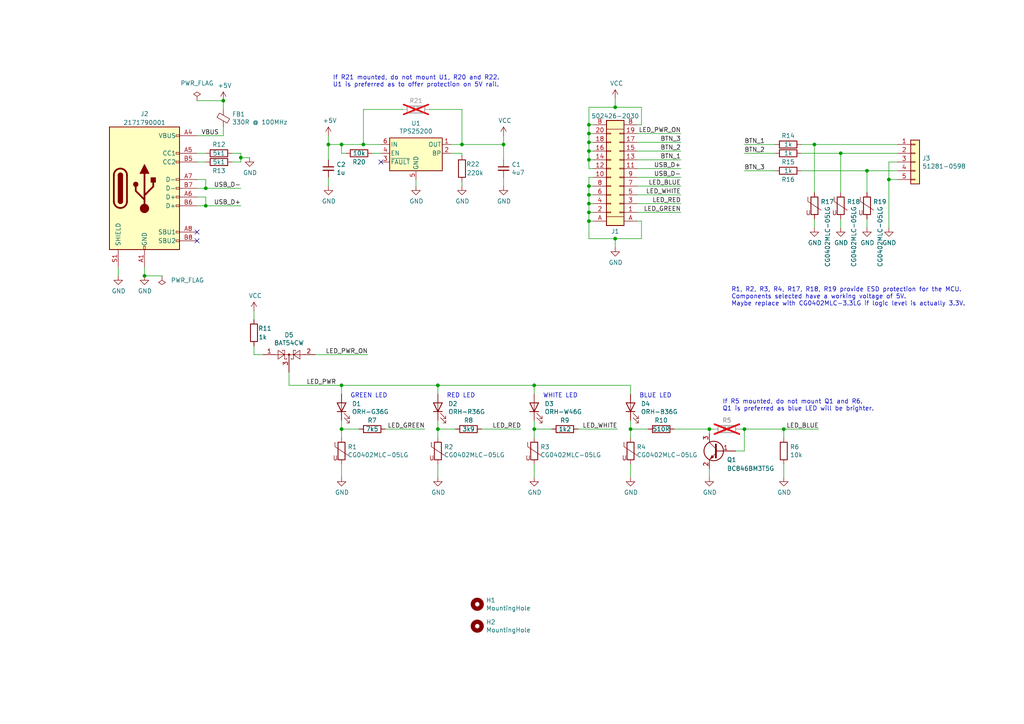
<source format=kicad_sch>
(kicad_sch (version 20231120) (generator "eeschema") (generator_version "8.0")
  (paper "A4")
  (title_block (title "Bose UBS C connector board") (date "2020-11-08") (rev "Rev 1") (company "jtex.se/bose") (comment 3 "(C) 2020 James Turton") (comment 4 "License: CC-BY-SA 4.0"))
  (lib_symbols
    (symbol "502426-2030:Connector_Generic_Conn_02x10_Odd_Even" (pin_names (offset 1.016) hide)
      (property "Reference" "J1" (at -1.27 -15.6718 0))
      (property "Value" "502426-2030" (at -1.27 17.78 0))
      (symbol "Connector_Generic_Conn_02x10_Odd_Even_0_1"
        (rectangle (start -1.27 -16.51) (end 3.81 -13.97))
        (rectangle (start -1.27 11.43) (end 3.81 13.97))
      )
      (symbol "Connector_Generic_Conn_02x10_Odd_Even_1_1"
        (rectangle (start -1.27 -12.573) (end 0 -12.827) (stroke (width 0.1524)))
        (rectangle (start -1.27 -10.033) (end 0 -10.287) (stroke (width 0.1524)))
        (rectangle (start -1.27 -7.493) (end 0 -7.747) (stroke (width 0.1524)))
        (rectangle (start -1.27 -4.953) (end 0 -5.207) (stroke (width 0.1524)))
        (rectangle (start -1.27 -2.413) (end 0 -2.667) (stroke (width 0.1524)))
        (rectangle (start -1.27 0.127) (end 0 -0.127) (stroke (width 0.1524)))
        (rectangle (start -1.27 2.667) (end 0 2.413) (stroke (width 0.1524)))
        (rectangle (start -1.27 5.207) (end 0 4.953) (stroke (width 0.1524)))
        (rectangle (start -1.27 7.747) (end 0 7.493) (stroke (width 0.1524)))
        (rectangle (start -1.27 10.287) (end 0 10.033) (stroke (width 0.1524)))
        (rectangle (start -1.27 13.97) (end 3.81 -16.51) (stroke (width 0.254)) (fill (type background)))
        (rectangle (start 3.81 -12.573) (end 2.54 -12.827) (stroke (width 0.1524)))
        (rectangle (start 3.81 -10.033) (end 2.54 -10.287) (stroke (width 0.1524)))
        (rectangle (start 3.81 -7.493) (end 2.54 -7.747) (stroke (width 0.1524)))
        (rectangle (start 3.81 -4.953) (end 2.54 -5.207) (stroke (width 0.1524)))
        (rectangle (start 3.81 -2.413) (end 2.54 -2.667) (stroke (width 0.1524)))
        (rectangle (start 3.81 0.127) (end 2.54 -0.127) (stroke (width 0.1524)))
        (rectangle (start 3.81 2.667) (end 2.54 2.413) (stroke (width 0.1524)))
        (rectangle (start 3.81 5.207) (end 2.54 4.953) (stroke (width 0.1524)))
        (rectangle (start 3.81 7.747) (end 2.54 7.493) (stroke (width 0.1524)))
        (rectangle (start 3.81 10.287) (end 2.54 10.033) (stroke (width 0.1524)))
        (pin passive line (at -5.08 10.16 0) (length 3.81) (name "Pin_1") (number "1"))
        (pin passive line (at 7.62 0 180) (length 3.81) (name "Pin_10") (number "10"))
        (pin passive line (at -5.08 -2.54 0) (length 3.81) (name "Pin_11") (number "11"))
        (pin passive line (at 7.62 -2.54 180) (length 3.81) (name "Pin_12") (number "12"))
        (pin passive line (at -5.08 -5.08 0) (length 3.81) (name "Pin_13") (number "13"))
        (pin passive line (at 7.62 -5.08 180) (length 3.81) (name "Pin_14") (number "14"))
        (pin passive line (at -5.08 -7.62 0) (length 3.81) (name "Pin_15") (number "15"))
        (pin passive line (at 7.62 -7.62 180) (length 3.81) (name "Pin_16") (number "16"))
        (pin passive line (at -5.08 -10.16 0) (length 3.81) (name "Pin_17") (number "17"))
        (pin passive line (at 7.62 -10.16 180) (length 3.81) (name "Pin_18") (number "18"))
        (pin passive line (at -5.08 -12.7 0) (length 3.81) (name "Pin_19") (number "19"))
        (pin passive line (at 7.62 10.16 180) (length 3.81) (name "Pin_2") (number "2"))
        (pin passive line (at 7.62 -12.7 180) (length 3.81) (name "Pin_20") (number "20"))
        (pin passive line (at -5.08 7.62 0) (length 3.81) (name "Pin_3") (number "3"))
        (pin passive line (at 7.62 7.62 180) (length 3.81) (name "Pin_4") (number "4"))
        (pin passive line (at -5.08 5.08 0) (length 3.81) (name "Pin_5") (number "5"))
        (pin passive line (at 7.62 5.08 180) (length 3.81) (name "Pin_6") (number "6"))
        (pin passive line (at -5.08 2.54 0) (length 3.81) (name "Pin_7") (number "7"))
        (pin passive line (at 7.62 2.54 180) (length 3.81) (name "Pin_8") (number "8"))
        (pin passive line (at -5.08 0 0) (length 3.81) (name "Pin_9") (number "9"))
        (pin passive line (at -5.08 12.7 0) (length 3.81) (name "Pin_A") (number "A"))
        (pin passive line (at 7.62 12.7 180) (length 3.81) (name "Pin_A") (number "A"))
        (pin passive line (at -5.08 -15.24 0) (length 3.81) (name "Pin_B") (number "B"))
        (pin passive line (at 7.62 -15.24 180) (length 3.81) (name "Pin_B") (number "B"))
      )
    )
    (symbol "Connector:USB_C_Receptacle_USB2.0" (pin_names (offset 1.016))
      (property "Reference" "J" (at -10.16 19.05 0))
      (property "Value" "USB_C_Receptacle_USB2.0" (at 19.05 19.05 0))
      (symbol "USB_C_Receptacle_USB2.0_0_0"
        (rectangle (start -0.254 -17.78) (end 0.254 -16.764))
        (rectangle (start 10.16 -14.986) (end 9.144 -15.494))
        (rectangle (start 10.16 -12.446) (end 9.144 -12.954))
        (rectangle (start 10.16 -4.826) (end 9.144 -5.334))
        (rectangle (start 10.16 -2.286) (end 9.144 -2.794))
        (rectangle (start 10.16 0.254) (end 9.144 -0.254))
        (rectangle (start 10.16 2.794) (end 9.144 2.286))
        (rectangle (start 10.16 7.874) (end 9.144 7.366))
        (rectangle (start 10.16 10.414) (end 9.144 9.906))
        (rectangle (start 10.16 15.494) (end 9.144 14.986))
      )
      (symbol "USB_C_Receptacle_USB2.0_0_1"
        (rectangle (start -10.16 17.78) (end 10.16 -17.78) (stroke (width 0.254)) (fill (type background)))
        (arc (start -8.89 -3.81) (mid -6.985 -5.7067) (end -5.08 -3.81) (stroke (width 0.508)))
        (arc (start -7.62 -3.81) (mid -6.985 -4.4423) (end -6.35 -3.81) (stroke (width 0.254)))
        (arc (start -7.62 -3.81) (mid -6.985 -4.4423) (end -6.35 -3.81) (stroke (width 0.254)) (fill (type outline)))
        (rectangle (start -7.62 -3.81) (end -6.35 3.81) (stroke (width 0.254)) (fill (type outline)))
        (arc (start -6.35 3.81) (mid -6.985 4.4423) (end -7.62 3.81) (stroke (width 0.254)))
        (arc (start -6.35 3.81) (mid -6.985 4.4423) (end -7.62 3.81) (stroke (width 0.254)) (fill (type outline)))
        (arc (start -5.08 3.81) (mid -6.985 5.7067) (end -8.89 3.81) (stroke (width 0.508)))
        (circle (center -2.54 1.143) (radius 0.635) (stroke (width 0.254)) (fill (type outline)))
        (circle (center 0 -5.842) (radius 1.27) (fill (type outline)))
        (polyline (pts (xy -8.89 -3.81) (xy -8.89 3.81)) (stroke (width 0.508)))
        (polyline (pts (xy -5.08 3.81) (xy -5.08 -3.81)) (stroke (width 0.508)))
        (polyline (pts (xy 0 -5.842) (xy 0 4.318)) (stroke (width 0.508)))
        (polyline (pts (xy 0 -3.302) (xy -2.54 -0.762) (xy -2.54 0.508)) (stroke (width 0.508)))
        (polyline (pts (xy 0 -2.032) (xy 2.54 0.508) (xy 2.54 1.778)) (stroke (width 0.508)))
        (polyline (pts (xy -1.27 4.318) (xy 0 6.858) (xy 1.27 4.318) (xy -1.27 4.318)) (stroke (width 0.254)) (fill (type outline)))
        (rectangle (start 1.905 1.778) (end 3.175 3.048) (stroke (width 0.254)) (fill (type outline)))
      )
      (symbol "USB_C_Receptacle_USB2.0_1_1"
        (pin passive line (at 0 -22.86 90) (length 5.08) (name "GND") (number "A1"))
        (pin passive line (at 0 -22.86 90) (length 5.08) hide (name "GND") (number "A12"))
        (pin passive line (at 15.24 15.24 180) (length 5.08) (name "VBUS") (number "A4"))
        (pin bidirectional line (at 15.24 10.16 180) (length 5.08) (name "CC1") (number "A5"))
        (pin bidirectional line (at 15.24 -2.54 180) (length 5.08) (name "D+") (number "A6"))
        (pin bidirectional line (at 15.24 2.54 180) (length 5.08) (name "D-") (number "A7"))
        (pin bidirectional line (at 15.24 -12.7 180) (length 5.08) (name "SBU1") (number "A8"))
        (pin passive line (at 15.24 15.24 180) (length 5.08) hide (name "VBUS") (number "A9"))
        (pin passive line (at 0 -22.86 90) (length 5.08) hide (name "GND") (number "B1"))
        (pin passive line (at 0 -22.86 90) (length 5.08) hide (name "GND") (number "B12"))
        (pin passive line (at 15.24 15.24 180) (length 5.08) hide (name "VBUS") (number "B4"))
        (pin bidirectional line (at 15.24 7.62 180) (length 5.08) (name "CC2") (number "B5"))
        (pin bidirectional line (at 15.24 -5.08 180) (length 5.08) (name "D+") (number "B6"))
        (pin bidirectional line (at 15.24 0 180) (length 5.08) (name "D-") (number "B7"))
        (pin bidirectional line (at 15.24 -15.24 180) (length 5.08) (name "SBU2") (number "B8"))
        (pin passive line (at 15.24 15.24 180) (length 5.08) hide (name "VBUS") (number "B9"))
        (pin passive line (at -7.62 -22.86 90) (length 5.08) (name "SHIELD") (number "S1"))
      )
    )
    (symbol "Connector_Generic:Conn_01x05" (pin_names (offset 1.016) hide)
      (property "Reference" "J" (at 0 7.62 0))
      (property "Value" "Conn_01x05" (at 0 -7.62 0))
      (symbol "Conn_01x05_1_1"
        (rectangle (start -1.27 -4.953) (end 0 -5.207) (stroke (width 0.1524)))
        (rectangle (start -1.27 -2.413) (end 0 -2.667) (stroke (width 0.1524)))
        (rectangle (start -1.27 0.127) (end 0 -0.127) (stroke (width 0.1524)))
        (rectangle (start -1.27 2.667) (end 0 2.413) (stroke (width 0.1524)))
        (rectangle (start -1.27 5.207) (end 0 4.953) (stroke (width 0.1524)))
        (rectangle (start -1.27 6.35) (end 1.27 -6.35) (stroke (width 0.254)) (fill (type background)))
        (pin passive line (at -5.08 5.08 0) (length 3.81) (name "Pin_1") (number "1"))
        (pin passive line (at -5.08 2.54 0) (length 3.81) (name "Pin_2") (number "2"))
        (pin passive line (at -5.08 0 0) (length 3.81) (name "Pin_3") (number "3"))
        (pin passive line (at -5.08 -2.54 0) (length 3.81) (name "Pin_4") (number "4"))
        (pin passive line (at -5.08 -5.08 0) (length 3.81) (name "Pin_5") (number "5"))
      )
    )
    (symbol "Device:C_Small" (pin_numbers hide) (pin_names (offset 0.254) hide)
      (property "Reference" "C" (at 0.254 1.778 0))
      (property "Value" "C_Small" (at 0.254 -2.032 0))
      (symbol "C_Small_0_1"
        (polyline (pts (xy -1.524 -0.508) (xy 1.524 -0.508)) (stroke (width 0.3302)))
        (polyline (pts (xy -1.524 0.508) (xy 1.524 0.508)) (stroke (width 0.3048)))
      )
      (symbol "C_Small_1_1"
        (pin passive line (at 0 2.54 270) (length 2.032) (name "~") (number "1"))
        (pin passive line (at 0 -2.54 90) (length 2.032) (name "~") (number "2"))
      )
    )
    (symbol "Device:FerriteBead_Small" (pin_numbers hide) (pin_names (offset 0))
      (property "Reference" "FB" (at 1.905 1.27 0))
      (property "Value" "FerriteBead_Small" (at 1.905 -1.27 0))
      (symbol "FerriteBead_Small_0_1"
        (polyline (pts (xy 0 -1.27) (xy 0 -0.7874)))
        (polyline (pts (xy 0 0.889) (xy 0 1.2954)))
        (polyline (pts (xy -1.8288 0.2794) (xy -1.1176 1.4986) (xy 1.8288 -0.2032) (xy 1.1176 -1.4224) (xy -1.8288 0.2794)))
      )
      (symbol "FerriteBead_Small_1_1"
        (pin passive line (at 0 2.54 270) (length 1.27) (name "~") (number "1"))
        (pin passive line (at 0 -2.54 90) (length 1.27) (name "~") (number "2"))
      )
    )
    (symbol "Device:LED" (pin_numbers hide) (pin_names (offset 1.016) hide)
      (property "Reference" "D" (at 0 2.54 0))
      (property "Value" "LED" (at 0 -2.54 0))
      (symbol "LED_0_1"
        (polyline (pts (xy -1.27 -1.27) (xy -1.27 1.27)) (stroke (width 0.254)))
        (polyline (pts (xy -1.27 0) (xy 1.27 0)))
        (polyline (pts (xy 1.27 -1.27) (xy 1.27 1.27) (xy -1.27 0) (xy 1.27 -1.27)) (stroke (width 0.254)))
        (polyline (pts (xy -3.048 -0.762) (xy -4.572 -2.286) (xy -3.81 -2.286) (xy -4.572 -2.286) (xy -4.572 -1.524)))
        (polyline (pts (xy -1.778 -0.762) (xy -3.302 -2.286) (xy -2.54 -2.286) (xy -3.302 -2.286) (xy -3.302 -1.524)))
      )
      (symbol "LED_1_1"
        (pin passive line (at -3.81 0 0) (length 2.54) (name "K") (number "1"))
        (pin passive line (at 3.81 0 180) (length 2.54) (name "A") (number "2"))
      )
    )
    (symbol "Device:Q_NPN_BEC" (pin_names (offset 0) hide)
      (property "Reference" "Q" (at 5.08 1.27 0))
      (property "Value" "Q_NPN_BEC" (at 5.08 -1.27 0))
      (symbol "Q_NPN_BEC_0_1"
        (polyline (pts (xy 0.635 0.635) (xy 2.54 2.54)))
        (polyline (pts (xy 0.635 -0.635) (xy 2.54 -2.54) (xy 2.54 -2.54)))
        (polyline (pts (xy 0.635 1.905) (xy 0.635 -1.905) (xy 0.635 -1.905)) (stroke (width 0.508)))
        (polyline (pts (xy 1.27 -1.778) (xy 1.778 -1.27) (xy 2.286 -2.286) (xy 1.27 -1.778) (xy 1.27 -1.778)) (fill (type outline)))
        (circle (center 1.27 0) (radius 2.8194) (stroke (width 0.254)))
      )
      (symbol "Q_NPN_BEC_1_1"
        (pin input line (at -5.08 0 0) (length 5.715) (name "B") (number "1"))
        (pin passive line (at 2.54 -5.08 90) (length 2.54) (name "E") (number "2"))
        (pin passive line (at 2.54 5.08 270) (length 2.54) (name "C") (number "3"))
      )
    )
    (symbol "Device:R" (pin_numbers hide) (pin_names (offset 0))
      (property "Reference" "R" (at 2.032 0 90))
      (property "Value" "R" (at 0 0 90))
      (symbol "R_0_1"
        (rectangle (start -1.016 -2.54) (end 1.016 2.54) (stroke (width 0.254)))
      )
      (symbol "R_1_1"
        (pin passive line (at 0 3.81 270) (length 1.27) (name "~") (number "1"))
        (pin passive line (at 0 -3.81 90) (length 1.27) (name "~") (number "2"))
      )
    )
    (symbol "Device:Varistor" (pin_numbers hide) (pin_names (offset 0))
      (property "Reference" "RV" (at 3.175 0 90))
      (property "Value" "Varistor" (at -3.175 0 90))
      (symbol "Varistor_0_0"
        (text "U" (at -1.778 -2.032 0) (effects (font (size 1.27 1.27))))
      )
      (symbol "Varistor_0_1"
        (rectangle (start -1.016 -2.54) (end 1.016 2.54) (stroke (width 0.254)))
        (polyline (pts (xy -1.905 2.54) (xy -1.905 1.27) (xy 1.905 -1.27)))
      )
      (symbol "Varistor_1_1"
        (pin passive line (at 0 3.81 270) (length 1.27) (name "~") (number "1"))
        (pin passive line (at 0 -3.81 90) (length 1.27) (name "~") (number "2"))
      )
    )
    (symbol "Diode:BAT54CW" (pin_names (offset 1.016))
      (property "Reference" "D" (at 0.635 -3.81 0))
      (property "Value" "BAT54CW" (at -6.35 3.175 0))
      (symbol "BAT54CW_0_1"
        (polyline (pts (xy -1.905 0) (xy 1.905 0)))
        (polyline (pts (xy -1.905 1.27) (xy -1.905 1.016)))
        (polyline (pts (xy -1.27 -1.27) (xy -0.635 -1.27)))
        (polyline (pts (xy -1.27 0) (xy -3.81 0)))
        (polyline (pts (xy -1.27 1.27) (xy -1.905 1.27)))
        (polyline (pts (xy -1.27 1.27) (xy -1.27 -1.27)))
        (polyline (pts (xy -0.635 -1.27) (xy -0.635 -1.016)))
        (polyline (pts (xy 0.635 -1.27) (xy 0.635 -1.016)))
        (polyline (pts (xy 1.27 -1.27) (xy 0.635 -1.27)))
        (polyline (pts (xy 1.27 1.27) (xy 1.27 -1.27)))
        (polyline (pts (xy 1.27 1.27) (xy 1.905 1.27)))
        (polyline (pts (xy 1.905 1.27) (xy 1.905 1.016)))
        (polyline (pts (xy 3.81 0) (xy 1.27 0)))
        (polyline (pts (xy -3.175 -1.27) (xy -3.175 1.27) (xy -1.27 0) (xy -3.175 -1.27)))
        (polyline (pts (xy 3.175 -1.27) (xy 3.175 1.27) (xy 1.27 0) (xy 3.175 -1.27)))
        (circle (center 0 0) (radius 0.254) (fill (type outline)))
      )
      (symbol "BAT54CW_1_1"
        (pin passive line (at -7.62 0 0) (length 3.81) (name "~") (number "1"))
        (pin passive line (at 7.62 0 180) (length 3.81) (name "~") (number "2"))
        (pin passive line (at 0 -5.08 90) (length 5.08) (name "~") (number "3"))
      )
    )
    (symbol "Mechanical:MountingHole" (pin_names (offset 1.016))
      (property "Reference" "H" (at 0 5.08 0))
      (property "Value" "MountingHole" (at 0 3.175 0))
      (symbol "MountingHole_0_1"
        (circle (center 0 0) (radius 1.27) (stroke (width 1.27)))
      )
    )
    (symbol "TPS25200:Regulator_Linear_LDK130PU33R_DFN6" (pin_names (offset 0.254))
      (property "Reference" "U1" (at 0 8.6868 0))
      (property "Value" "TPS25200" (at 0 6.3754 0))
      (symbol "Regulator_Linear_LDK130PU33R_DFN6_0_1"
        (rectangle (start -7.62 4.445) (end 7.62 -5.08) (stroke (width 0.254)) (fill (type background)))
      )
      (symbol "Regulator_Linear_LDK130PU33R_DFN6_1_1"
        (pin power_out line (at 10.16 2.54 180) (length 2.54) (name "OUT") (number "1"))
        (pin passive line (at 10.16 0 180) (length 2.54) (name "BP") (number "2"))
        (pin output line (at -10.16 -2.54 0) (length 2.54) (name "~{FAULT}") (number "3"))
        (pin input line (at -10.16 0 0) (length 2.54) (name "EN") (number "4"))
        (pin power_in line (at 0 -7.62 90) (length 2.54) (name "GND") (number "5"))
        (pin power_in line (at -10.16 2.54 0) (length 2.54) (name "IN") (number "6"))
        (pin power_in line (at 0 -7.62 90) (length 2.54) hide (name "GND") (number "7"))
      )
    )
    (symbol "power:+5V" (power) (pin_names (offset 0))
      (property "Value" "+5V" (at 0 3.556 0))
      (symbol "+5V_0_1"
        (polyline (pts (xy -0.762 1.27) (xy 0 2.54)))
        (polyline (pts (xy 0 0) (xy 0 2.54)))
        (polyline (pts (xy 0 2.54) (xy 0.762 1.27)))
      )
      (symbol "+5V_1_1"
        (pin power_in line (at 0 0 90) (length 0) hide (name "+5V") (number "1"))
      )
    )
    (symbol "power:GND" (power) (pin_names (offset 0))
      (property "Value" "GND" (at 0 -3.81 0))
      (symbol "GND_0_1"
        (polyline (pts (xy 0 0) (xy 0 -1.27) (xy 1.27 -1.27) (xy 0 -2.54) (xy -1.27 -1.27) (xy 0 -1.27)))
      )
      (symbol "GND_1_1"
        (pin power_in line (at 0 0 270) (length 0) hide (name "GND") (number "1"))
      )
    )
    (symbol "power:PWR_FLAG" (power) (pin_numbers hide) (pin_names (offset 0) hide)
      (property "Value" "PWR_FLAG" (at 0 3.81 0))
      (symbol "PWR_FLAG_0_0"
        (pin power_out line (at 0 0 90) (length 0) (name "pwr") (number "1"))
      )
      (symbol "PWR_FLAG_0_1"
        (polyline (pts (xy 0 0) (xy 0 1.27) (xy -1.016 1.905) (xy 0 2.54) (xy 1.016 1.905) (xy 0 1.27)))
      )
    )
    (symbol "power:VCC" (power) (pin_names (offset 0))
      (property "Value" "VCC" (at 0 3.81 0))
      (symbol "VCC_0_1"
        (polyline (pts (xy -0.762 1.27) (xy 0 2.54)))
        (polyline (pts (xy 0 0) (xy 0 2.54)))
        (polyline (pts (xy 0 2.54) (xy 0.762 1.27)))
      )
      (symbol "VCC_1_1"
        (pin power_in line (at 0 0 90) (length 0) hide (name "VCC") (number "1"))
      )
    )
  )
  (junction (at 41.91 80.01))
  (junction (at 99.06 41.91))
  (junction (at 215.9 124.46))
  (junction (at 146.05 41.91))
  (junction (at 170.815 53.975))
  (junction (at 227.33 124.46))
  (junction (at 236.22 41.91))
  (junction (at 170.815 59.055))
  (junction (at 170.815 56.515))
  (junction (at 178.435 31.115))
  (junction (at 127 111.76))
  (junction (at 170.815 61.595))
  (junction (at 182.88 124.46))
  (junction (at 69.85 45.72))
  (junction (at 133.985 41.91))
  (junction (at 170.815 36.195))
  (junction (at 257.81 52.07))
  (junction (at 59.69 59.69))
  (junction (at 64.77 29.21))
  (junction (at 99.06 111.76))
  (junction (at 251.46 49.53))
  (junction (at 170.815 43.815))
  (junction (at 95.25 41.91))
  (junction (at 99.06 124.46))
  (junction (at 127 124.46))
  (junction (at 178.435 69.215))
  (junction (at 243.84 44.45))
  (junction (at 59.69 54.61))
  (junction (at 170.815 64.135))
  (junction (at 170.815 41.275))
  (junction (at 154.94 111.76))
  (junction (at 205.74 124.46))
  (junction (at 154.94 124.46))
  (junction (at 170.815 38.735))
  (junction (at 170.815 46.355))
  (junction (at 105.41 41.91))
  (no_connect (at 57.15 69.85))
  (no_connect (at 110.49 46.99))
  (no_connect (at 57.15 67.31))
  (wire (pts (xy 83.82 111.76) (xy 99.06 111.76)))
  (wire (pts (xy 57.15 44.45) (xy 59.69 44.45)))
  (wire (pts (xy 59.69 59.69) (xy 59.69 57.15)))
  (wire (pts (xy 154.94 111.76) (xy 127 111.76)))
  (wire (pts (xy 187.96 124.46) (xy 182.88 124.46)))
  (wire (pts (xy 170.815 53.975) (xy 170.815 56.515)))
  (wire (pts (xy 139.7 124.46) (xy 151.13 124.46)))
  (wire (pts (xy 215.9 124.46) (xy 227.33 124.46)))
  (wire (pts (xy 127 138.43) (xy 127 134.62)))
  (wire (pts (xy 184.785 64.135) (xy 186.055 64.135)))
  (wire (pts (xy 232.41 44.45) (xy 243.84 44.45)))
  (wire (pts (xy 172.085 43.815) (xy 170.815 43.815)))
  (wire (pts (xy 167.64 124.46) (xy 179.07 124.46)))
  (wire (pts (xy 99.06 44.45) (xy 99.06 41.91)))
  (wire (pts (xy 186.055 69.215) (xy 178.435 69.215)))
  (wire (pts (xy 184.785 41.275) (xy 197.485 41.275)))
  (wire (pts (xy 195.58 124.46) (xy 205.74 124.46)))
  (wire (pts (xy 133.985 45.085) (xy 133.985 44.45)))
  (wire (pts (xy 120.65 53.975) (xy 120.65 52.07)))
  (wire (pts (xy 34.29 80.01) (xy 34.29 77.47)))
  (wire (pts (xy 170.815 48.895) (xy 172.085 48.895)))
  (wire (pts (xy 178.435 31.115) (xy 170.815 31.115)))
  (wire (pts (xy 59.69 54.61) (xy 69.85 54.61)))
  (wire (pts (xy 170.815 51.435) (xy 170.815 53.975)))
  (wire (pts (xy 170.815 69.215) (xy 170.815 64.135)))
  (wire (pts (xy 99.06 124.46) (xy 99.06 127)))
  (wire (pts (xy 182.88 121.92) (xy 182.88 124.46)))
  (wire (pts (xy 64.77 39.37) (xy 64.77 36.83)))
  (wire (pts (xy 95.25 41.91) (xy 95.25 46.355)))
  (wire (pts (xy 133.985 31.75) (xy 133.985 41.91)))
  (wire (pts (xy 99.06 41.91) (xy 105.41 41.91)))
  (wire (pts (xy 154.94 138.43) (xy 154.94 134.62)))
  (wire (pts (xy 232.41 49.53) (xy 251.46 49.53)))
  (wire (pts (xy 186.055 31.115) (xy 178.435 31.115)))
  (wire (pts (xy 251.46 55.88) (xy 251.46 49.53)))
  (wire (pts (xy 251.46 49.53) (xy 260.35 49.53)))
  (wire (pts (xy 182.88 134.62) (xy 182.88 138.43)))
  (wire (pts (xy 170.815 36.195) (xy 172.085 36.195)))
  (wire (pts (xy 236.22 55.88) (xy 236.22 41.91)))
  (wire (pts (xy 127 121.92) (xy 127 124.46)))
  (wire (pts (xy 105.41 41.91) (xy 110.49 41.91)))
  (wire (pts (xy 243.84 44.45) (xy 260.35 44.45)))
  (wire (pts (xy 182.88 111.76) (xy 154.94 111.76)))
  (wire (pts (xy 91.44 102.87) (xy 106.68 102.87)))
  (wire (pts (xy 69.85 46.99) (xy 69.85 45.72)))
  (wire (pts (xy 170.815 36.195) (xy 170.815 38.735)))
  (wire (pts (xy 154.94 114.3) (xy 154.94 111.76)))
  (wire (pts (xy 133.985 53.975) (xy 133.985 52.705)))
  (wire (pts (xy 146.05 53.975) (xy 146.05 51.435)))
  (wire (pts (xy 186.055 69.215) (xy 186.055 64.135)))
  (wire (pts (xy 95.25 53.975) (xy 95.25 51.435)))
  (wire (pts (xy 224.79 41.91) (xy 215.9 41.91)))
  (wire (pts (xy 132.08 124.46) (xy 127 124.46)))
  (wire (pts (xy 184.785 46.355) (xy 197.485 46.355)))
  (wire (pts (xy 154.94 124.46) (xy 154.94 127)))
  (wire (pts (xy 215.9 124.46) (xy 214.63 124.46)))
  (wire (pts (xy 67.31 44.45) (xy 69.85 44.45)))
  (wire (pts (xy 257.81 66.04) (xy 257.81 52.07)))
  (wire (pts (xy 95.25 41.91) (xy 99.06 41.91)))
  (wire (pts (xy 227.33 124.46) (xy 237.49 124.46)))
  (wire (pts (xy 184.785 36.195) (xy 186.055 36.195)))
  (wire (pts (xy 182.88 114.3) (xy 182.88 111.76)))
  (wire (pts (xy 227.33 127) (xy 227.33 124.46)))
  (wire (pts (xy 127 111.76) (xy 99.06 111.76)))
  (wire (pts (xy 111.76 124.46) (xy 123.19 124.46)))
  (wire (pts (xy 170.815 64.135) (xy 172.085 64.135)))
  (wire (pts (xy 64.77 31.75) (xy 64.77 29.21)))
  (wire (pts (xy 260.35 46.99) (xy 257.81 46.99)))
  (wire (pts (xy 170.815 59.055) (xy 170.815 61.595)))
  (wire (pts (xy 130.81 41.91) (xy 133.985 41.91)))
  (wire (pts (xy 172.085 46.355) (xy 170.815 46.355)))
  (wire (pts (xy 146.05 41.91) (xy 146.05 39.37)))
  (wire (pts (xy 170.815 61.595) (xy 170.815 64.135)))
  (wire (pts (xy 227.33 138.43) (xy 227.33 134.62)))
  (wire (pts (xy 170.815 36.195) (xy 170.815 31.115)))
  (wire (pts (xy 251.46 66.04) (xy 251.46 63.5)))
  (wire (pts (xy 257.81 46.99) (xy 257.81 52.07)))
  (wire (pts (xy 215.9 130.81) (xy 215.9 124.46)))
  (wire (pts (xy 172.085 56.515) (xy 170.815 56.515)))
  (wire (pts (xy 197.485 59.055) (xy 184.785 59.055)))
  (wire (pts (xy 243.84 55.88) (xy 243.84 44.45)))
  (wire (pts (xy 172.085 38.735) (xy 170.815 38.735)))
  (wire (pts (xy 69.85 44.45) (xy 69.85 45.72)))
  (wire (pts (xy 41.91 80.01) (xy 41.91 77.47)))
  (wire (pts (xy 83.82 107.95) (xy 83.82 111.76)))
  (wire (pts (xy 59.69 59.69) (xy 69.85 59.69)))
  (wire (pts (xy 243.84 66.04) (xy 243.84 63.5)))
  (wire (pts (xy 99.06 121.92) (xy 99.06 124.46)))
  (wire (pts (xy 73.66 102.87) (xy 76.2 102.87)))
  (wire (pts (xy 170.815 38.735) (xy 170.815 41.275)))
  (wire (pts (xy 59.69 57.15) (xy 57.15 57.15)))
  (wire (pts (xy 59.69 54.61) (xy 57.15 54.61)))
  (wire (pts (xy 172.085 41.275) (xy 170.815 41.275)))
  (wire (pts (xy 127 124.46) (xy 127 127)))
  (wire (pts (xy 104.14 124.46) (xy 99.06 124.46)))
  (wire (pts (xy 213.36 130.81) (xy 215.9 130.81)))
  (wire (pts (xy 57.15 39.37) (xy 64.77 39.37)))
  (wire (pts (xy 205.74 124.46) (xy 205.74 125.73)))
  (wire (pts (xy 99.06 114.3) (xy 99.06 111.76)))
  (wire (pts (xy 172.085 51.435) (xy 170.815 51.435)))
  (wire (pts (xy 197.485 61.595) (xy 184.785 61.595)))
  (wire (pts (xy 170.815 46.355) (xy 170.815 48.895)))
  (wire (pts (xy 197.485 53.975) (xy 184.785 53.975)))
  (wire (pts (xy 184.785 38.735) (xy 197.485 38.735)))
  (wire (pts (xy 236.22 41.91) (xy 260.35 41.91)))
  (wire (pts (xy 172.085 59.055) (xy 170.815 59.055)))
  (wire (pts (xy 57.15 29.21) (xy 64.77 29.21)))
  (wire (pts (xy 110.49 44.45) (xy 107.95 44.45)))
  (wire (pts (xy 186.055 36.195) (xy 186.055 31.115)))
  (wire (pts (xy 257.81 52.07) (xy 260.35 52.07)))
  (wire (pts (xy 59.69 52.07) (xy 59.69 54.61)))
  (wire (pts (xy 73.66 92.71) (xy 73.66 90.17)))
  (wire (pts (xy 224.79 49.53) (xy 215.9 49.53)))
  (wire (pts (xy 184.785 48.895) (xy 197.485 48.895)))
  (wire (pts (xy 133.985 41.91) (xy 146.05 41.91)))
  (wire (pts (xy 178.435 69.215) (xy 170.815 69.215)))
  (wire (pts (xy 197.485 56.515) (xy 184.785 56.515)))
  (wire (pts (xy 184.785 51.435) (xy 197.485 51.435)))
  (wire (pts (xy 224.79 44.45) (xy 215.9 44.45)))
  (wire (pts (xy 178.435 69.215) (xy 178.435 71.755)))
  (wire (pts (xy 178.435 31.115) (xy 178.435 28.575)))
  (wire (pts (xy 184.785 43.815) (xy 197.485 43.815)))
  (wire (pts (xy 236.22 41.91) (xy 232.41 41.91)))
  (wire (pts (xy 69.85 45.72) (xy 72.39 45.72)))
  (wire (pts (xy 41.91 80.01) (xy 46.99 80.01)))
  (wire (pts (xy 146.05 41.91) (xy 146.05 46.355)))
  (wire (pts (xy 57.15 46.99) (xy 59.69 46.99)))
  (wire (pts (xy 205.74 124.46) (xy 207.01 124.46)))
  (wire (pts (xy 154.94 121.92) (xy 154.94 124.46)))
  (wire (pts (xy 172.085 53.975) (xy 170.815 53.975)))
  (wire (pts (xy 130.81 44.45) (xy 133.985 44.45)))
  (wire (pts (xy 160.02 124.46) (xy 154.94 124.46)))
  (wire (pts (xy 205.74 135.89) (xy 205.74 138.43)))
  (wire (pts (xy 182.88 124.46) (xy 182.88 127)))
  (wire (pts (xy 170.815 56.515) (xy 170.815 59.055)))
  (wire (pts (xy 170.815 43.815) (xy 170.815 46.355)))
  (wire (pts (xy 95.25 41.91) (xy 95.25 39.37)))
  (wire (pts (xy 127 114.3) (xy 127 111.76)))
  (wire (pts (xy 236.22 66.04) (xy 236.22 63.5)))
  (wire (pts (xy 100.33 44.45) (xy 99.06 44.45)))
  (wire (pts (xy 67.31 46.99) (xy 69.85 46.99)))
  (wire (pts (xy 172.085 61.595) (xy 170.815 61.595)))
  (wire (pts (xy 99.06 138.43) (xy 99.06 134.62)))
  (wire (pts (xy 73.66 100.33) (xy 73.66 102.87)))
  (wire (pts (xy 124.46 31.75) (xy 133.985 31.75)))
  (wire (pts (xy 57.15 52.07) (xy 59.69 52.07)))
  (wire (pts (xy 116.84 31.75) (xy 105.41 31.75)))
  (wire (pts (xy 170.815 41.275) (xy 170.815 43.815)))
  (wire (pts (xy 57.15 59.69) (xy 59.69 59.69)))
  (wire (pts (xy 105.41 31.75) (xy 105.41 41.91)))
  (text "R1, R2, R3, R4, R17, R18, R19 provide ESD protection for the MCU.\nComponents selected have a working voltage of 5V.\nMaybe replace with CG0402MLC-3.3LG if logic level is actually 3.3V." (at 212.09 88.9 0) (effects (font (size 1.27 1.27)) (justify left bottom)))
  (text "WHITE LED" (at 157.48 115.57 0) (effects (font (size 1.27 1.27)) (justify left bottom)))
  (text "GREEN LED" (at 101.6 115.57 0) (effects (font (size 1.27 1.27)) (justify left bottom)))
  (text "RED LED" (at 129.54 115.57 0) (effects (font (size 1.27 1.27)) (justify left bottom)))
  (text "If R21 mounted, do not mount U1, R20 and R22.\nU1 is preferred as to offer protection on 5V rail." (at 96.52 25.4 0) (effects (font (size 1.27 1.27)) (justify left bottom)))
  (text "If R5 mounted, do not mount Q1 and R6.\nQ1 is preferred as blue LED will be brighter." (at 209.55 119.38 0) (effects (font (size 1.27 1.27)) (justify left bottom)))
  (text "BLUE LED" (at 185.42 115.57 0) (effects (font (size 1.27 1.27)) (justify left bottom)))
  (label "LED_WHITE" (at 179.07 124.46 180))
  (label "LED_BLUE" (at 197.485 53.975 180))
  (label "BTN_2" (at 197.485 43.815 180))
  (label "VBUS" (at 63.5 39.37 180))
  (label "BTN_3" (at 215.9 49.53 0))
  (label "LED_GREEN" (at 197.485 61.595 180))
  (label "USB_D+" (at 197.485 48.895 180))
  (label "USB_D-" (at 69.85 54.61 180))
  (label "LED_PWR" (at 88.9 111.76 0))
  (label "USB_D+" (at 69.85 59.69 180))
  (label "LED_PWR_ON" (at 106.68 102.87 180))
  (label "LED_BLUE" (at 237.49 124.46 180))
  (label "BTN_3" (at 197.485 41.275 180))
  (label "BTN_2" (at 215.9 44.45 0))
  (label "LED_PWR_ON" (at 197.485 38.735 180))
  (label "BTN_1" (at 215.9 41.91 0))
  (label "LED_WHITE" (at 197.485 56.515 180))
  (label "LED_RED" (at 197.485 59.055 180))
  (label "LED_GREEN" (at 123.19 124.46 180))
  (label "USB_D-" (at 197.485 51.435 180))
  (label "BTN_1" (at 197.485 46.355 180))
  (label "LED_RED" (at 151.13 124.46 180))
  (symbol (lib_id "502426-2030:Connector_Generic_Conn_02x10_Odd_Even") (at 179.705 51.435 180) (unit 1)
    (property "Reference" "J1" (at 178.435 67.1068 0))
    (property "Value" "502426-2030" (at 178.435 33.655 0))
    (property "Footprint" "Connector_Molex:Molex_SlimStack_502426-2010_2x10_P0.40mm_Vertical" (effects (hide yes)))
    (property "Datasheet" "https://www.molex.com/pdm_docs/sd/5024262030_sd.pdf" (effects (hide yes)))
    (property "LCSC" "C563934" (effects (hide yes)))
  )
  (symbol (lib_id "power:GND") (at 178.435 71.755 0) (unit 1)
    (property "Reference" "#PWR07" (effects (hide yes)))
    (property "Value" "GND" (at 178.562 76.1492 0))
  )
  (symbol (lib_id "power:VCC") (at 178.435 28.575 0) (unit 1)
    (property "Reference" "#PWR08" (effects (hide yes)))
    (property "Value" "VCC" (at 178.816 24.1808 0))
  )
  (symbol (lib_id "Device:LED") (at 99.06 118.11 90) (unit 1)
    (property "Reference" "D1" (at 102.0572 117.1194 90) (effects (justify right)))
    (property "Value" "ORH-G36G" (at 102.0572 119.4308 90) (effects (justify right)))
    (property "Footprint" "LED_SMD:LED_0603_1608Metric" (effects (hide yes)))
    (property "LCSC" "C7371905" (effects (hide yes)))
  )
  (symbol (lib_id "Device:LED") (at 127 118.11 90) (unit 1)
    (property "Reference" "D2" (at 129.9972 117.1194 90) (effects (justify right)))
    (property "Value" "ORH-R36G" (at 129.9972 119.4308 90) (effects (justify right)))
    (property "Footprint" "LED_SMD:LED_0603_1608Metric" (effects (hide yes)))
    (property "LCSC" "C2286" (effects (hide yes)))
  )
  (symbol (lib_id "Device:LED") (at 154.94 118.11 90) (unit 1)
    (property "Reference" "D3" (at 157.9372 117.1194 90) (effects (justify right)))
    (property "Value" "ORH-W46G" (at 157.9372 119.4308 90) (effects (justify right)))
    (property "Footprint" "LED_SMD:LED_0603_1608Metric" (effects (hide yes)))
    (property "LCSC" "C2290" (effects (hide yes)))
  )
  (symbol (lib_id "Device:LED") (at 182.88 118.11 90) (unit 1)
    (property "Reference" "D4" (at 185.8772 117.1194 90) (effects (justify right)))
    (property "Value" "ORH-B36G" (at 185.8772 119.4308 90) (effects (justify right)))
    (property "Footprint" "LED_SMD:LED_0603_1608Metric" (effects (hide yes)))
    (property "LCSC" "C193191" (effects (hide yes)))
  )
  (symbol (lib_id "Device:Varistor") (at 99.06 130.81 0) (unit 1)
    (property "Reference" "R1" (at 100.838 129.6416 0) (effects (justify left)))
    (property "Value" "CG0402MLC-05LG" (at 100.838 131.953 0) (effects (justify left)))
    (property "Footprint" "Resistor_SMD:R_0402_1005Metric" (effects (hide yes)))
    (property "LCSC" "C711709" (effects (hide yes)))
  )
  (symbol (lib_id "Device:Varistor") (at 127 130.81 0) (unit 1)
    (property "Reference" "R2" (at 128.778 129.6416 0) (effects (justify left)))
    (property "Value" "CG0402MLC-05LG" (at 128.778 131.953 0) (effects (justify left)))
    (property "Footprint" "Resistor_SMD:R_0402_1005Metric" (effects (hide yes)))
    (property "LCSC" "C711709" (effects (hide yes)))
  )
  (symbol (lib_id "Device:Varistor") (at 154.94 130.81 0) (unit 1)
    (property "Reference" "R3" (at 156.718 129.6416 0) (effects (justify left)))
    (property "Value" "CG0402MLC-05LG" (at 156.718 131.953 0) (effects (justify left)))
    (property "Footprint" "Resistor_SMD:R_0402_1005Metric" (effects (hide yes)))
    (property "LCSC" "C711709" (effects (hide yes)))
  )
  (symbol (lib_id "Device:Varistor") (at 182.88 130.81 0) (unit 1)
    (property "Reference" "R4" (at 184.658 129.6416 0) (effects (justify left)))
    (property "Value" "CG0402MLC-05LG" (at 184.658 131.953 0) (effects (justify left)))
    (property "Footprint" "Resistor_SMD:R_0402_1005Metric" (effects (hide yes)))
    (property "LCSC" "C711709" (effects (hide yes)))
  )
  (symbol (lib_id "power:GND") (at 99.06 138.43 0) (unit 1)
    (property "Reference" "#PWR03" (effects (hide yes)))
    (property "Value" "GND" (at 99.187 142.8242 0))
  )
  (symbol (lib_id "power:GND") (at 127 138.43 0) (unit 1)
    (property "Reference" "#PWR04" (effects (hide yes)))
    (property "Value" "GND" (at 127.127 142.8242 0))
  )
  (symbol (lib_id "power:GND") (at 154.94 138.43 0) (unit 1)
    (property "Reference" "#PWR05" (effects (hide yes)))
    (property "Value" "GND" (at 155.067 142.8242 0))
  )
  (symbol (lib_id "power:GND") (at 182.88 138.43 0) (unit 1)
    (property "Reference" "#PWR06" (effects (hide yes)))
    (property "Value" "GND" (at 183.007 142.8242 0))
  )
  (symbol (lib_id "TPS25200:Regulator_Linear_LDK130PU33R_DFN6") (at 120.65 44.45 0) (unit 1)
    (property "Reference" "U1" (at 120.65 35.7632 0))
    (property "Value" "TPS25200" (at 120.65 38.0746 0))
    (property "Footprint" "Package_SON:WSON-6-1EP_2x2mm_P0.65mm_EP1x1.6mm" (effects (hide yes)))
    (property "Datasheet" "http://www.st.com/content/ccc/resource/technical/document/datasheet/29/10/f7/87/2f/66/47/f4/DM00076097.pdf/files/DM00076097.pdf/jcr:content/translations/en.DM00076097.pdf" (effects (hide yes)))
    (property "LCSC" "C128401" (effects (hide yes)))
  )
  (symbol (lib_id "Connector_Generic:Conn_01x05") (at 265.43 46.99 0) (unit 1)
    (property "Reference" "J3" (at 267.462 45.9232 0) (effects (justify left)))
    (property "Value" "51281-0598" (at 267.462 48.2346 0) (effects (justify left)))
    (property "Footprint" "Connector_FFC-FPC:TE_0-1734839-5_1x05-1MP_P0.5mm_Horizontal" (effects (hide yes)))
    (property "Datasheet" "https://www.molex.com/pdm_docs/sd/512810594_sd.pdf" (effects (hide yes)))
    (property "LCSC" "C18548053" (effects (hide yes)))
  )
  (symbol (lib_id "Connector:USB_C_Receptacle_USB2.0") (at 41.91 54.61 0) (unit 1)
    (property "Reference" "J2" (at 41.91 33.02 0))
    (property "Value" "2171790001" (at 41.91 35.56 0))
    (property "Footprint" "library:USB_C_Receptacle_Molex_2171790001" (effects (hide yes)))
    (property "Datasheet" "https://www.molex.com/en-us/products/part-detail/2171790001?display=pdf" (effects (hide yes)))
    (property "LCSC" "C29780877" (effects (hide yes)))
  )
  (symbol (lib_id "power:GND") (at 34.29 80.01 0) (unit 1)
    (property "Reference" "#PWR01" (effects (hide yes)))
    (property "Value" "GND" (at 34.417 84.4042 0))
  )
  (symbol (lib_id "power:GND") (at 41.91 80.01 0) (unit 1)
    (property "Reference" "#PWR02" (effects (hide yes)))
    (property "Value" "GND" (at 42.037 84.4042 0))
  )
  (symbol (lib_id "power:+5V") (at 95.25 39.37 0) (unit 1)
    (property "Reference" "#PWR018" (effects (hide yes)))
    (property "Value" "+5V" (at 95.631 34.9758 0))
  )
  (symbol (lib_id "Device:C_Small") (at 95.25 48.895 0) (unit 1)
    (property "Reference" "C2" (at 97.5868 47.7266 0) (effects (justify left)))
    (property "Value" "1u" (at 97.5868 50.038 0) (effects (justify left)))
    (property "Footprint" "Capacitor_SMD:C_0402_1005Metric" (effects (hide yes)))
    (property "LCSC" "C52923" (effects (hide yes)))
  )
  (symbol (lib_id "power:GND") (at 95.25 53.975 0) (unit 1)
    (property "Reference" "#PWR019" (effects (hide yes)))
    (property "Value" "GND" (at 95.377 58.3692 0))
  )
  (symbol (lib_id "Device:Q_NPN_BEC") (at 208.28 130.81 0) (mirror y) (unit 1)
    (property "Reference" "Q1" (at 210.82 133.35 0) (effects (justify right)))
    (property "Value" "BC846BM3T5G" (at 210.82 135.89 0) (effects (justify right)))
    (property "Footprint" "Package_TO_SOT_SMD:SOT-723" (effects (hide yes)))
    (property "LCSC" "C232536" (effects (hide yes)))
  )
  (symbol (lib_id "Device:R") (at 210.82 124.46 90) (unit 1) (dnp yes)
    (property "Reference" "R5" (at 210.82 121.92 90))
    (property "Value" "0R" (at 210.82 124.46 90))
    (property "Footprint" "Resistor_SMD:R_0402_1005Metric" (effects (hide yes)))
  )
  (symbol (lib_id "Device:R") (at 104.14 44.45 270) (unit 1)
    (property "Reference" "R20" (at 104.14 46.99 90))
    (property "Value" "10k" (at 104.14 44.45 90))
    (property "Footprint" "Resistor_SMD:R_0402_1005Metric" (effects (hide yes)))
    (property "LCSC" "C25744" (effects (hide yes)))
  )
  (symbol (lib_id "power:GND") (at 205.74 138.43 0) (unit 1)
    (property "Reference" "#PWR09" (effects (hide yes)))
    (property "Value" "GND" (at 205.867 142.8242 0))
  )
  (symbol (lib_id "Device:R") (at 227.33 130.81 0) (unit 1)
    (property "Reference" "R6" (at 229.108 129.6416 0) (effects (justify left)))
    (property "Value" "10k" (at 229.108 131.953 0) (effects (justify left)))
    (property "Footprint" "Resistor_SMD:R_0402_1005Metric" (effects (hide yes)))
    (property "LCSC" "C25744" (effects (hide yes)))
  )
  (symbol (lib_id "power:GND") (at 227.33 138.43 0) (unit 1)
    (property "Reference" "#PWR010" (effects (hide yes)))
    (property "Value" "GND" (at 227.457 142.8242 0))
  )
  (symbol (lib_id "power:GND") (at 120.65 53.975 0) (unit 1)
    (property "Reference" "#PWR020" (effects (hide yes)))
    (property "Value" "GND" (at 120.777 58.3692 0))
  )
  (symbol (lib_id "Diode:BAT54CW") (at 83.82 102.87 0) (unit 1)
    (property "Reference" "D5" (at 83.82 97.155 0))
    (property "Value" "BAT54CW" (at 83.82 99.4664 0))
    (property "Footprint" "Package_TO_SOT_SMD:SOT-323_SC-70" (effects (hide yes)))
    (property "Datasheet" "https://assets.nexperia.com/documents/data-sheet/BAT54W_SER.pdf" (effects (hide yes)))
    (property "LCSC" "C22392482" (effects (hide yes)))
  )
  (symbol (lib_id "power:GND") (at 133.985 53.975 0) (unit 1)
    (property "Reference" "#PWR021" (effects (hide yes)))
    (property "Value" "GND" (at 134.112 58.3692 0))
  )
  (symbol (lib_id "Device:R") (at 107.95 124.46 90) (unit 1)
    (property "Reference" "R7" (at 107.95 121.92 90))
    (property "Value" "7k5" (at 107.95 124.46 90))
    (property "Footprint" "Resistor_SMD:R_0402_1005Metric" (effects (hide yes)))
    (property "LCSC" "C137934" (effects (hide yes)))
  )
  (symbol (lib_id "Device:R") (at 120.65 31.75 270) (unit 1) (dnp yes)
    (property "Reference" "R21" (at 120.65 29.21 90))
    (property "Value" "0R" (at 120.65 31.75 90))
    (property "Footprint" "Resistor_SMD:R_0402_1005Metric" (effects (hide yes)))
  )
  (symbol (lib_id "Device:R") (at 135.89 124.46 90) (unit 1)
    (property "Reference" "R8" (at 135.89 121.92 90))
    (property "Value" "3k9" (at 135.89 124.46 90))
    (property "Footprint" "Resistor_SMD:R_0402_1005Metric" (effects (hide yes)))
    (property "LCSC" "C131467" (effects (hide yes)))
  )
  (symbol (lib_id "power:VCC") (at 146.05 39.37 0) (unit 1)
    (property "Reference" "#PWR022" (effects (hide yes)))
    (property "Value" "VCC" (at 146.431 34.9758 0))
  )
  (symbol (lib_id "Device:R") (at 163.83 124.46 90) (unit 1)
    (property "Reference" "R9" (at 163.83 121.92 90))
    (property "Value" "1k2" (at 163.83 124.46 90))
    (property "Footprint" "Resistor_SMD:R_0402_1005Metric" (effects (hide yes)))
    (property "LCSC" "C25862" (effects (hide yes)))
  )
  (symbol (lib_id "Device:R") (at 191.77 124.46 90) (unit 1)
    (property "Reference" "R10" (at 191.77 121.92 90))
    (property "Value" "510R" (at 191.77 124.46 90))
    (property "Footprint" "Resistor_SMD:R_0402_1005Metric" (effects (hide yes)))
    (property "LCSC" "C25123" (effects (hide yes)))
  )
  (symbol (lib_id "power:VCC") (at 73.66 90.17 0) (unit 1)
    (property "Reference" "#PWR0101" (effects (hide yes)))
    (property "Value" "VCC" (at 74.041 85.7758 0))
  )
  (symbol (lib_id "Device:R") (at 73.66 96.52 0) (unit 1)
    (property "Reference" "R11" (at 76.835 95.25 0))
    (property "Value" "1k" (at 76.2 97.79 0))
    (property "Footprint" "Resistor_SMD:R_0402_1005Metric" (effects (hide yes)))
    (property "LCSC" "C11702" (effects (hide yes)))
  )
  (symbol (lib_id "Device:C_Small") (at 146.05 48.895 0) (unit 1)
    (property "Reference" "C1" (at 148.3868 47.7266 0) (effects (justify left)))
    (property "Value" "4u7" (at 148.3868 50.038 0) (effects (justify left)))
    (property "Footprint" "Capacitor_SMD:C_0402_1005Metric" (effects (hide yes)))
    (property "LCSC" "C23733" (effects (hide yes)))
  )
  (symbol (lib_id "power:GND") (at 146.05 53.975 0) (unit 1)
    (property "Reference" "#PWR013" (effects (hide yes)))
    (property "Value" "GND" (at 146.177 58.3692 0))
  )
  (symbol (lib_id "Device:R") (at 133.985 48.895 0) (unit 1)
    (property "Reference" "R22" (at 137.16 47.625 0))
    (property "Value" "220k" (at 137.795 50.165 0))
    (property "Footprint" "Resistor_SMD:R_0402_1005Metric" (effects (hide yes)))
    (property "LCSC" "C25767" (effects (hide yes)))
  )
  (symbol (lib_id "Device:FerriteBead_Small") (at 64.77 34.29 0) (unit 1)
    (property "Reference" "FB1" (at 67.31 33.1216 0) (effects (justify left)))
    (property "Value" "330R @ 100MHz" (at 67.31 35.433 0) (effects (justify left)))
    (property "Footprint" "Fuse:Fuse_0402_1005Metric" (effects (hide yes)))
    (property "LCSC" "C160975" (effects (hide yes)))
  )
  (symbol (lib_id "power:+5V") (at 64.77 29.21 0) (unit 1)
    (property "Reference" "#PWR011" (effects (hide yes)))
    (property "Value" "+5V" (at 65.151 24.8158 0))
  )
  (symbol (lib_id "Device:R") (at 63.5 44.45 270) (unit 1)
    (property "Reference" "R12" (at 63.5 41.91 90))
    (property "Value" "5k1" (at 63.5 44.45 90))
    (property "Footprint" "Resistor_SMD:R_0402_1005Metric" (effects (hide yes)))
    (property "LCSC" "C25905" (effects (hide yes)))
  )
  (symbol (lib_id "Device:R") (at 63.5 46.99 270) (unit 1)
    (property "Reference" "R13" (at 63.5 49.53 90))
    (property "Value" "5k1" (at 63.5 46.99 90))
    (property "Footprint" "Resistor_SMD:R_0402_1005Metric" (effects (hide yes)))
    (property "LCSC" "C25905" (effects (hide yes)))
  )
  (symbol (lib_id "power:GND") (at 72.39 45.72 0) (unit 1)
    (property "Reference" "#PWR012" (effects (hide yes)))
    (property "Value" "GND" (at 72.517 50.1142 0))
  )
  (symbol (lib_id "Device:R") (at 228.6 41.91 270) (unit 1)
    (property "Reference" "R14" (at 228.6 39.37 90))
    (property "Value" "1k" (at 228.6 41.91 90))
    (property "Footprint" "Resistor_SMD:R_0402_1005Metric" (effects (hide yes)))
    (property "LCSC" "C11702" (effects (hide yes)))
  )
  (symbol (lib_id "Device:R") (at 228.6 44.45 270) (unit 1)
    (property "Reference" "R15" (at 228.6 46.99 90))
    (property "Value" "1k" (at 228.6 44.45 90))
    (property "Footprint" "Resistor_SMD:R_0402_1005Metric" (effects (hide yes)))
    (property "LCSC" "C11702" (effects (hide yes)))
  )
  (symbol (lib_id "Device:R") (at 228.6 49.53 270) (unit 1)
    (property "Reference" "R16" (at 228.6 52.07 90))
    (property "Value" "1k" (at 228.6 49.53 90))
    (property "Footprint" "Resistor_SMD:R_0402_1005Metric" (effects (hide yes)))
    (property "LCSC" "C11702" (effects (hide yes)))
  )
  (symbol (lib_id "Device:Varistor") (at 236.22 59.69 0) (unit 1)
    (property "Reference" "R17" (at 237.998 58.5216 0) (effects (justify left)))
    (property "Value" "CG0402MLC-05LG" (at 240.03 77.47 90) (effects (justify left)))
    (property "Footprint" "Resistor_SMD:R_0402_1005Metric" (effects (hide yes)))
    (property "LCSC" "C711709" (effects (hide yes)))
  )
  (symbol (lib_id "Device:Varistor") (at 243.84 59.69 0) (unit 1)
    (property "Reference" "R18" (at 245.618 58.5216 0) (effects (justify left)))
    (property "Value" "CG0402MLC-05LG" (at 247.65 77.47 90) (effects (justify left)))
    (property "Footprint" "Resistor_SMD:R_0402_1005Metric" (effects (hide yes)))
    (property "LCSC" "C711709" (effects (hide yes)))
  )
  (symbol (lib_id "Device:Varistor") (at 251.46 59.69 0) (unit 1)
    (property "Reference" "R19" (at 253.238 58.5216 0) (effects (justify left)))
    (property "Value" "CG0402MLC-05LG" (at 255.27 77.47 90) (effects (justify left)))
    (property "Footprint" "Resistor_SMD:R_0402_1005Metric" (effects (hide yes)))
    (property "LCSC" "C711709" (effects (hide yes)))
  )
  (symbol (lib_id "power:GND") (at 236.22 66.04 0) (unit 1)
    (property "Reference" "#PWR014" (effects (hide yes)))
    (property "Value" "GND" (at 236.347 70.4342 0))
  )
  (symbol (lib_id "power:GND") (at 243.84 66.04 0) (unit 1)
    (property "Reference" "#PWR015" (effects (hide yes)))
    (property "Value" "GND" (at 243.967 70.4342 0))
  )
  (symbol (lib_id "power:GND") (at 251.46 66.04 0) (unit 1)
    (property "Reference" "#PWR016" (effects (hide yes)))
    (property "Value" "GND" (at 251.587 70.4342 0))
  )
  (symbol (lib_id "power:GND") (at 257.81 66.04 0) (unit 1)
    (property "Reference" "#PWR017" (effects (hide yes)))
    (property "Value" "GND" (at 257.937 70.4342 0))
  )
  (symbol (lib_id "Mechanical:MountingHole") (at 138.43 175.26 0) (unit 1) (in_bom no)
    (property "Reference" "H1" (at 140.97 174.0916 0) (effects (justify left)))
    (property "Value" "MountingHole" (at 140.97 176.403 0) (effects (justify left)))
    (property "Footprint" "MountingHole:MountingHole_2.1mm" (effects (hide yes)))
  )
  (symbol (lib_id "Mechanical:MountingHole") (at 138.43 181.61 0) (unit 1) (in_bom no)
    (property "Reference" "H2" (at 140.97 180.4416 0) (effects (justify left)))
    (property "Value" "MountingHole" (at 140.97 182.753 0) (effects (justify left)))
    (property "Footprint" "MountingHole:MountingHole_2.1mm" (effects (hide yes)))
  )
  (symbol (lib_id "power:PWR_FLAG") (at 57.15 29.21 0) (unit 1)
    (property "Reference" "#FLG0101" (effects (hide yes)))
    (property "Value" "PWR_FLAG" (at 57.15 24.13 0))
  )
  (symbol (lib_id "power:PWR_FLAG") (at 46.99 80.01 180) (unit 1)
    (property "Reference" "#FLG0102" (effects (hide yes)))
    (property "Value" "PWR_FLAG" (at 49.53 81.2799 0) (effects (justify right)))
  )
)
</source>
